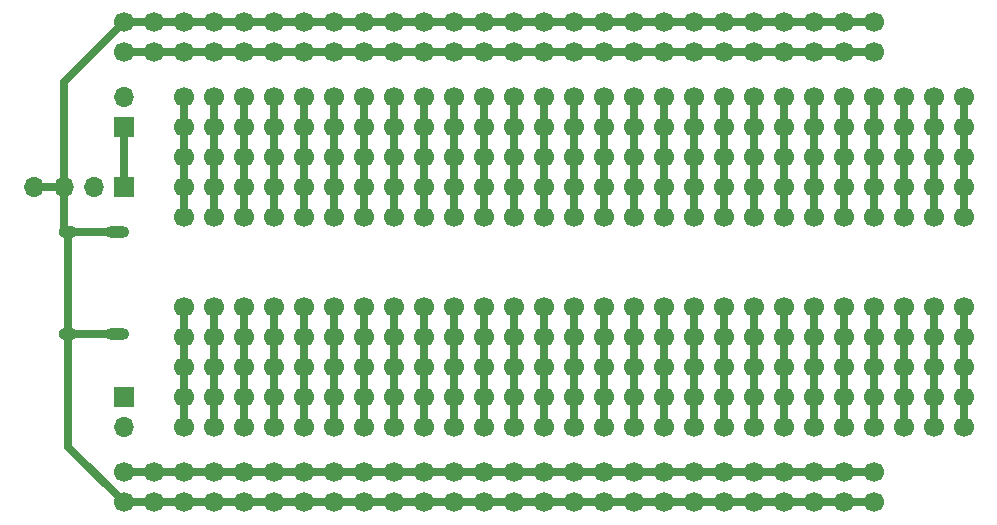
<source format=gbr>
G04 #@! TF.GenerationSoftware,KiCad,Pcbnew,(5.1.5)-3*
G04 #@! TF.CreationDate,2020-04-19T20:17:08-05:00*
G04 #@! TF.ProjectId,Activity_1,41637469-7669-4747-995f-312e6b696361,rev?*
G04 #@! TF.SameCoordinates,Original*
G04 #@! TF.FileFunction,Copper,L2,Bot*
G04 #@! TF.FilePolarity,Positive*
%FSLAX46Y46*%
G04 Gerber Fmt 4.6, Leading zero omitted, Abs format (unit mm)*
G04 Created by KiCad (PCBNEW (5.1.5)-3) date 2020-04-19 20:17:08*
%MOMM*%
%LPD*%
G04 APERTURE LIST*
%ADD10O,1.600000X1.000000*%
%ADD11O,2.100000X1.000000*%
%ADD12O,1.700000X1.700000*%
%ADD13R,1.700000X1.700000*%
%ADD14C,1.700000*%
%ADD15C,0.635000*%
%ADD16C,0.152400*%
G04 APERTURE END LIST*
D10*
X151525000Y-109210000D03*
X151525000Y-117850000D03*
D11*
X155675000Y-117850000D03*
X155675000Y-109210000D03*
D12*
X156210000Y-125730000D03*
D13*
X156210000Y-123190000D03*
D12*
X156210000Y-97790000D03*
D13*
X156210000Y-100330000D03*
D12*
X148590000Y-105410000D03*
X151130000Y-105410000D03*
X153670000Y-105410000D03*
D13*
X156210000Y-105410000D03*
D14*
X156210000Y-91440000D03*
X158750000Y-91440000D03*
X161290000Y-91440000D03*
X163830000Y-91440000D03*
X166370000Y-91440000D03*
X168910000Y-91440000D03*
X171450000Y-91440000D03*
X173990000Y-91440000D03*
X176530000Y-91440000D03*
X179070000Y-91440000D03*
X181610000Y-91440000D03*
X184150000Y-91440000D03*
X186690000Y-91440000D03*
X189230000Y-91440000D03*
X191770000Y-91440000D03*
X194310000Y-91440000D03*
X196850000Y-91440000D03*
X199390000Y-91440000D03*
X201930000Y-91440000D03*
X204470000Y-91440000D03*
X207010000Y-91440000D03*
X209550000Y-91440000D03*
X212090000Y-91440000D03*
X214630000Y-91440000D03*
X217170000Y-91440000D03*
X219710000Y-91440000D03*
X156210000Y-93980000D03*
X158750000Y-93980000D03*
X161290000Y-93980000D03*
X163830000Y-93980000D03*
X166370000Y-93980000D03*
X168910000Y-93980000D03*
X171450000Y-93980000D03*
X173990000Y-93980000D03*
X176530000Y-93980000D03*
X179070000Y-93980000D03*
X181610000Y-93980000D03*
X184150000Y-93980000D03*
X186690000Y-93980000D03*
X189230000Y-93980000D03*
X191770000Y-93980000D03*
X194310000Y-93980000D03*
X196850000Y-93980000D03*
X199390000Y-93980000D03*
X201930000Y-93980000D03*
X204470000Y-93980000D03*
X207010000Y-93980000D03*
X209550000Y-93980000D03*
X212090000Y-93980000D03*
X214630000Y-93980000D03*
X217170000Y-93980000D03*
X219710000Y-93980000D03*
X156210000Y-129540000D03*
X158750000Y-129540000D03*
X161290000Y-129540000D03*
X163830000Y-129540000D03*
X166370000Y-129540000D03*
X168910000Y-129540000D03*
X171450000Y-129540000D03*
X173990000Y-129540000D03*
X176530000Y-129540000D03*
X179070000Y-129540000D03*
X181610000Y-129540000D03*
X184150000Y-129540000D03*
X186690000Y-129540000D03*
X189230000Y-129540000D03*
X191770000Y-129540000D03*
X194310000Y-129540000D03*
X196850000Y-129540000D03*
X199390000Y-129540000D03*
X201930000Y-129540000D03*
X204470000Y-129540000D03*
X207010000Y-129540000D03*
X209550000Y-129540000D03*
X212090000Y-129540000D03*
X214630000Y-129540000D03*
X217170000Y-129540000D03*
X219710000Y-129540000D03*
X161290000Y-97790000D03*
X161290000Y-100330000D03*
X161290000Y-102870000D03*
X161290000Y-105410000D03*
X161290000Y-107950000D03*
X161290000Y-115570000D03*
X161290000Y-118110000D03*
X161290000Y-120650000D03*
X161290000Y-123190000D03*
X161290000Y-125730000D03*
X163830000Y-107950000D03*
X166370000Y-107950000D03*
X168910000Y-107950000D03*
X171450000Y-107950000D03*
X173990000Y-107950000D03*
X176530000Y-107950000D03*
X179070000Y-107950000D03*
X181610000Y-107950000D03*
X184150000Y-107950000D03*
X186690000Y-107950000D03*
X189230000Y-107950000D03*
X191770000Y-107950000D03*
X194310000Y-107950000D03*
X196850000Y-107950000D03*
X199390000Y-107950000D03*
X201930000Y-107950000D03*
X204470000Y-107950000D03*
X207010000Y-107950000D03*
X209550000Y-107950000D03*
X212090000Y-107950000D03*
X214630000Y-107950000D03*
X217170000Y-107950000D03*
X219710000Y-107950000D03*
X222250000Y-107950000D03*
X224790000Y-107950000D03*
X227330000Y-107950000D03*
X163830000Y-105410000D03*
X166370000Y-105410000D03*
X168910000Y-105410000D03*
X171450000Y-105410000D03*
X173990000Y-105410000D03*
X176530000Y-105410000D03*
X179070000Y-105410000D03*
X181610000Y-105410000D03*
X184150000Y-105410000D03*
X186690000Y-105410000D03*
X189230000Y-105410000D03*
X191770000Y-105410000D03*
X194310000Y-105410000D03*
X196850000Y-105410000D03*
X199390000Y-105410000D03*
X201930000Y-105410000D03*
X204470000Y-105410000D03*
X207010000Y-105410000D03*
X209550000Y-105410000D03*
X212090000Y-105410000D03*
X214630000Y-105410000D03*
X217170000Y-105410000D03*
X219710000Y-105410000D03*
X222250000Y-105410000D03*
X224790000Y-105410000D03*
X227330000Y-105410000D03*
X163830000Y-102870000D03*
X166370000Y-102870000D03*
X168910000Y-102870000D03*
X171450000Y-102870000D03*
X173990000Y-102870000D03*
X176530000Y-102870000D03*
X179070000Y-102870000D03*
X181610000Y-102870000D03*
X184150000Y-102870000D03*
X186690000Y-102870000D03*
X189230000Y-102870000D03*
X191770000Y-102870000D03*
X194310000Y-102870000D03*
X196850000Y-102870000D03*
X199390000Y-102870000D03*
X201930000Y-102870000D03*
X204470000Y-102870000D03*
X207010000Y-102870000D03*
X209550000Y-102870000D03*
X212090000Y-102870000D03*
X214630000Y-102870000D03*
X217170000Y-102870000D03*
X219710000Y-102870000D03*
X222250000Y-102870000D03*
X224790000Y-102870000D03*
X227330000Y-102870000D03*
X163830000Y-100330000D03*
X166370000Y-100330000D03*
X168910000Y-100330000D03*
X171450000Y-100330000D03*
X173990000Y-100330000D03*
X176530000Y-100330000D03*
X179070000Y-100330000D03*
X181610000Y-100330000D03*
X184150000Y-100330000D03*
X186690000Y-100330000D03*
X189230000Y-100330000D03*
X191770000Y-100330000D03*
X194310000Y-100330000D03*
X196850000Y-100330000D03*
X199390000Y-100330000D03*
X201930000Y-100330000D03*
X204470000Y-100330000D03*
X207010000Y-100330000D03*
X209550000Y-100330000D03*
X212090000Y-100330000D03*
X214630000Y-100330000D03*
X217170000Y-100330000D03*
X219710000Y-100330000D03*
X222250000Y-100330000D03*
X224790000Y-100330000D03*
X227330000Y-100330000D03*
X163830000Y-97790000D03*
X166370000Y-97790000D03*
X168910000Y-97790000D03*
X171450000Y-97790000D03*
X173990000Y-97790000D03*
X176530000Y-97790000D03*
X179070000Y-97790000D03*
X181610000Y-97790000D03*
X184150000Y-97790000D03*
X186690000Y-97790000D03*
X189230000Y-97790000D03*
X191770000Y-97790000D03*
X194310000Y-97790000D03*
X196850000Y-97790000D03*
X199390000Y-97790000D03*
X201930000Y-97790000D03*
X204470000Y-97790000D03*
X207010000Y-97790000D03*
X209550000Y-97790000D03*
X212090000Y-97790000D03*
X214630000Y-97790000D03*
X217170000Y-97790000D03*
X219710000Y-97790000D03*
X222250000Y-97790000D03*
X224790000Y-97790000D03*
X227330000Y-97790000D03*
X163830000Y-115570000D03*
X166370000Y-115570000D03*
X168910000Y-115570000D03*
X171450000Y-115570000D03*
X173990000Y-115570000D03*
X176530000Y-115570000D03*
X179070000Y-115570000D03*
X181610000Y-115570000D03*
X184150000Y-115570000D03*
X186690000Y-115570000D03*
X189230000Y-115570000D03*
X191770000Y-115570000D03*
X194310000Y-115570000D03*
X196850000Y-115570000D03*
X199390000Y-115570000D03*
X201930000Y-115570000D03*
X204470000Y-115570000D03*
X207010000Y-115570000D03*
X209550000Y-115570000D03*
X212090000Y-115570000D03*
X214630000Y-115570000D03*
X217170000Y-115570000D03*
X219710000Y-115570000D03*
X222250000Y-115570000D03*
X224790000Y-115570000D03*
X227330000Y-115570000D03*
X163830000Y-120650000D03*
X166370000Y-120650000D03*
X168910000Y-120650000D03*
X171450000Y-120650000D03*
X173990000Y-120650000D03*
X176530000Y-120650000D03*
X179070000Y-120650000D03*
X181610000Y-120650000D03*
X184150000Y-120650000D03*
X186690000Y-120650000D03*
X189230000Y-120650000D03*
X191770000Y-120650000D03*
X194310000Y-120650000D03*
X196850000Y-120650000D03*
X199390000Y-120650000D03*
X201930000Y-120650000D03*
X204470000Y-120650000D03*
X207010000Y-120650000D03*
X209550000Y-120650000D03*
X212090000Y-120650000D03*
X214630000Y-120650000D03*
X217170000Y-120650000D03*
X219710000Y-120650000D03*
X222250000Y-120650000D03*
X224790000Y-120650000D03*
X227330000Y-120650000D03*
X163830000Y-118110000D03*
X166370000Y-118110000D03*
X168910000Y-118110000D03*
X171450000Y-118110000D03*
X173990000Y-118110000D03*
X176530000Y-118110000D03*
X179070000Y-118110000D03*
X181610000Y-118110000D03*
X184150000Y-118110000D03*
X186690000Y-118110000D03*
X189230000Y-118110000D03*
X191770000Y-118110000D03*
X194310000Y-118110000D03*
X196850000Y-118110000D03*
X199390000Y-118110000D03*
X201930000Y-118110000D03*
X204470000Y-118110000D03*
X207010000Y-118110000D03*
X209550000Y-118110000D03*
X212090000Y-118110000D03*
X214630000Y-118110000D03*
X217170000Y-118110000D03*
X219710000Y-118110000D03*
X222250000Y-118110000D03*
X224790000Y-118110000D03*
X227330000Y-118110000D03*
X163830000Y-123190000D03*
X166370000Y-123190000D03*
X168910000Y-123190000D03*
X171450000Y-123190000D03*
X173990000Y-123190000D03*
X176530000Y-123190000D03*
X179070000Y-123190000D03*
X181610000Y-123190000D03*
X184150000Y-123190000D03*
X186690000Y-123190000D03*
X189230000Y-123190000D03*
X191770000Y-123190000D03*
X194310000Y-123190000D03*
X196850000Y-123190000D03*
X199390000Y-123190000D03*
X201930000Y-123190000D03*
X204470000Y-123190000D03*
X207010000Y-123190000D03*
X209550000Y-123190000D03*
X212090000Y-123190000D03*
X214630000Y-123190000D03*
X217170000Y-123190000D03*
X219710000Y-123190000D03*
X222250000Y-123190000D03*
X224790000Y-123190000D03*
X227330000Y-123190000D03*
X163830000Y-125730000D03*
X166370000Y-125730000D03*
X168910000Y-125730000D03*
X171450000Y-125730000D03*
X173990000Y-125730000D03*
X176530000Y-125730000D03*
X179070000Y-125730000D03*
X181610000Y-125730000D03*
X184150000Y-125730000D03*
X186690000Y-125730000D03*
X189230000Y-125730000D03*
X191770000Y-125730000D03*
X194310000Y-125730000D03*
X196850000Y-125730000D03*
X199390000Y-125730000D03*
X201930000Y-125730000D03*
X204470000Y-125730000D03*
X207010000Y-125730000D03*
X209550000Y-125730000D03*
X212090000Y-125730000D03*
X214630000Y-125730000D03*
X217170000Y-125730000D03*
X219710000Y-125730000D03*
X222250000Y-125730000D03*
X224790000Y-125730000D03*
X227330000Y-125730000D03*
X156210000Y-132080000D03*
X158750000Y-132080000D03*
X161290000Y-132080000D03*
X163830000Y-132080000D03*
X166370000Y-132080000D03*
X168910000Y-132080000D03*
X171450000Y-132080000D03*
X173990000Y-132080000D03*
X176530000Y-132080000D03*
X179070000Y-132080000D03*
X181610000Y-132080000D03*
X184150000Y-132080000D03*
X186690000Y-132080000D03*
X189230000Y-132080000D03*
X191770000Y-132080000D03*
X194310000Y-132080000D03*
X196850000Y-132080000D03*
X199390000Y-132080000D03*
X201930000Y-132080000D03*
X204470000Y-132080000D03*
X207010000Y-132080000D03*
X209550000Y-132080000D03*
X212090000Y-132080000D03*
X214630000Y-132080000D03*
X217170000Y-132080000D03*
X219710000Y-132080000D03*
D15*
X156210000Y-129540000D02*
X219710000Y-129540000D01*
X156210000Y-91440000D02*
X219710000Y-91440000D01*
X156210000Y-93980000D02*
X219710000Y-93980000D01*
X161290000Y-97790000D02*
X161290000Y-107950000D01*
X161290000Y-115570000D02*
X161290000Y-125730000D01*
X163830000Y-115570000D02*
X163830000Y-125730000D01*
X166370000Y-115570000D02*
X166370000Y-125730000D01*
X168910000Y-115570000D02*
X168910000Y-125730000D01*
X171450000Y-115570000D02*
X171450000Y-125730000D01*
X173990000Y-115570000D02*
X173990000Y-125730000D01*
X176530000Y-115570000D02*
X176530000Y-125730000D01*
X179070000Y-115570000D02*
X179070000Y-125730000D01*
X181610000Y-115570000D02*
X181610000Y-125730000D01*
X184150000Y-115570000D02*
X184150000Y-125730000D01*
X186690000Y-115570000D02*
X186690000Y-125730000D01*
X189230000Y-115570000D02*
X189230000Y-125730000D01*
X191770000Y-115570000D02*
X191770000Y-125730000D01*
X194310000Y-115570000D02*
X194310000Y-125730000D01*
X196850000Y-115570000D02*
X196850000Y-125730000D01*
X199390000Y-115570000D02*
X199390000Y-125730000D01*
X201930000Y-115570000D02*
X201930000Y-125730000D01*
X204470000Y-115570000D02*
X204470000Y-125730000D01*
X207010000Y-115570000D02*
X207010000Y-125730000D01*
X209550000Y-115570000D02*
X209550000Y-125730000D01*
X212090000Y-115570000D02*
X212090000Y-125730000D01*
X214630000Y-115570000D02*
X214630000Y-125730000D01*
X217170000Y-115570000D02*
X217170000Y-125730000D01*
X219710000Y-115570000D02*
X219710000Y-125730000D01*
X222250000Y-115570000D02*
X222250000Y-125730000D01*
X224790000Y-115570000D02*
X224790000Y-125730000D01*
X227330000Y-115570000D02*
X227330000Y-125730000D01*
X163830000Y-97790000D02*
X163830000Y-107950000D01*
X166370000Y-97790000D02*
X166370000Y-107950000D01*
X168910000Y-97790000D02*
X168910000Y-107950000D01*
X171450000Y-97790000D02*
X171450000Y-107950000D01*
X173990000Y-97790000D02*
X173990000Y-107950000D01*
X176530000Y-97790000D02*
X176530000Y-107950000D01*
X179070000Y-97790000D02*
X179070000Y-107950000D01*
X181610000Y-97790000D02*
X181610000Y-107950000D01*
X184150000Y-97790000D02*
X184150000Y-107950000D01*
X186690000Y-97790000D02*
X186690000Y-107950000D01*
X189230000Y-97790000D02*
X189230000Y-107950000D01*
X191770000Y-97790000D02*
X191770000Y-107950000D01*
X194310000Y-97790000D02*
X194310000Y-107950000D01*
X196850000Y-97790000D02*
X196850000Y-107950000D01*
X199390000Y-97790000D02*
X199390000Y-107950000D01*
X201930000Y-97790000D02*
X201930000Y-107950000D01*
X204470000Y-97790000D02*
X204470000Y-107950000D01*
X207010000Y-97790000D02*
X207010000Y-107950000D01*
X209550000Y-97790000D02*
X209550000Y-107950000D01*
X212090000Y-97790000D02*
X212090000Y-107950000D01*
X214630000Y-97790000D02*
X214630000Y-107950000D01*
X217170000Y-97790000D02*
X217170000Y-107950000D01*
X219710000Y-97790000D02*
X219710000Y-107950000D01*
X222250000Y-97790000D02*
X222250000Y-107950000D01*
X224790000Y-97790000D02*
X224790000Y-107950000D01*
X227330000Y-97790000D02*
X227330000Y-107950000D01*
X156210000Y-100330000D02*
X156210000Y-105410000D01*
X151525000Y-109210000D02*
X155675000Y-109210000D01*
X151525000Y-117850000D02*
X155675000Y-117850000D01*
X148590000Y-105410000D02*
X151130000Y-105410000D01*
D16*
X151130000Y-108815000D02*
X151525000Y-109210000D01*
D15*
X151130000Y-105410000D02*
X151130000Y-108815000D01*
X151525000Y-109210000D02*
X151525000Y-117850000D01*
X156210000Y-132080000D02*
X219710000Y-132080000D01*
X151525000Y-117850000D02*
X151525000Y-127395000D01*
X151525000Y-127395000D02*
X156210000Y-132080000D01*
X151130000Y-96520000D02*
X151130000Y-105410000D01*
X156210000Y-91440000D02*
X151130000Y-96520000D01*
M02*

</source>
